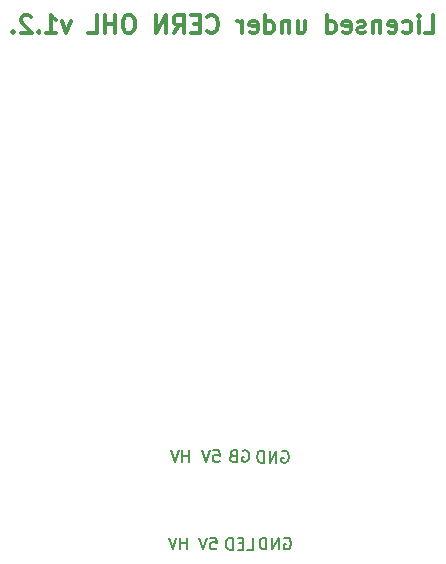
<source format=gbo>
G04 #@! TF.GenerationSoftware,KiCad,Pcbnew,(5.99.0-221-ga18d3cc)*
G04 #@! TF.CreationDate,2019-11-20T11:38:58-07:00*
G04 #@! TF.ProjectId,av3-top,6176332d-746f-4702-9e6b-696361645f70,rev?*
G04 #@! TF.SameCoordinates,Original*
G04 #@! TF.FileFunction,Legend,Bot*
G04 #@! TF.FilePolarity,Positive*
%FSLAX46Y46*%
G04 Gerber Fmt 4.6, Leading zero omitted, Abs format (unit mm)*
G04 Created by KiCad (PCBNEW (5.99.0-221-ga18d3cc)) date 2019-11-20 11:38:58*
%MOMM*%
%LPD*%
G04 APERTURE LIST*
%ADD10C,0.300000*%
%ADD11C,0.150000*%
%ADD12O,1.802000X1.802000*%
%ADD13R,1.802000X1.802000*%
%ADD14C,0.902000*%
%ADD15C,7.502000*%
%ADD16R,1.602000X5.182000*%
G04 APERTURE END LIST*
D10*
X158071428Y-109678571D02*
X158785714Y-109678571D01*
X158785714Y-108178571D01*
X157571428Y-109678571D02*
X157571428Y-108678571D01*
X157571428Y-108178571D02*
X157642857Y-108250000D01*
X157571428Y-108321428D01*
X157500000Y-108250000D01*
X157571428Y-108178571D01*
X157571428Y-108321428D01*
X156214285Y-109607142D02*
X156357142Y-109678571D01*
X156642857Y-109678571D01*
X156785714Y-109607142D01*
X156857142Y-109535714D01*
X156928571Y-109392857D01*
X156928571Y-108964285D01*
X156857142Y-108821428D01*
X156785714Y-108750000D01*
X156642857Y-108678571D01*
X156357142Y-108678571D01*
X156214285Y-108750000D01*
X155000000Y-109607142D02*
X155142857Y-109678571D01*
X155428571Y-109678571D01*
X155571428Y-109607142D01*
X155642857Y-109464285D01*
X155642857Y-108892857D01*
X155571428Y-108750000D01*
X155428571Y-108678571D01*
X155142857Y-108678571D01*
X155000000Y-108750000D01*
X154928571Y-108892857D01*
X154928571Y-109035714D01*
X155642857Y-109178571D01*
X154285714Y-108678571D02*
X154285714Y-109678571D01*
X154285714Y-108821428D02*
X154214285Y-108750000D01*
X154071428Y-108678571D01*
X153857142Y-108678571D01*
X153714285Y-108750000D01*
X153642857Y-108892857D01*
X153642857Y-109678571D01*
X153000000Y-109607142D02*
X152857142Y-109678571D01*
X152571428Y-109678571D01*
X152428571Y-109607142D01*
X152357142Y-109464285D01*
X152357142Y-109392857D01*
X152428571Y-109250000D01*
X152571428Y-109178571D01*
X152785714Y-109178571D01*
X152928571Y-109107142D01*
X153000000Y-108964285D01*
X153000000Y-108892857D01*
X152928571Y-108750000D01*
X152785714Y-108678571D01*
X152571428Y-108678571D01*
X152428571Y-108750000D01*
X151142857Y-109607142D02*
X151285714Y-109678571D01*
X151571428Y-109678571D01*
X151714285Y-109607142D01*
X151785714Y-109464285D01*
X151785714Y-108892857D01*
X151714285Y-108750000D01*
X151571428Y-108678571D01*
X151285714Y-108678571D01*
X151142857Y-108750000D01*
X151071428Y-108892857D01*
X151071428Y-109035714D01*
X151785714Y-109178571D01*
X149785714Y-109678571D02*
X149785714Y-108178571D01*
X149785714Y-109607142D02*
X149928571Y-109678571D01*
X150214285Y-109678571D01*
X150357142Y-109607142D01*
X150428571Y-109535714D01*
X150500000Y-109392857D01*
X150500000Y-108964285D01*
X150428571Y-108821428D01*
X150357142Y-108750000D01*
X150214285Y-108678571D01*
X149928571Y-108678571D01*
X149785714Y-108750000D01*
X147285714Y-108678571D02*
X147285714Y-109678571D01*
X147928571Y-108678571D02*
X147928571Y-109464285D01*
X147857142Y-109607142D01*
X147714285Y-109678571D01*
X147500000Y-109678571D01*
X147357142Y-109607142D01*
X147285714Y-109535714D01*
X146571428Y-108678571D02*
X146571428Y-109678571D01*
X146571428Y-108821428D02*
X146500000Y-108750000D01*
X146357142Y-108678571D01*
X146142857Y-108678571D01*
X146000000Y-108750000D01*
X145928571Y-108892857D01*
X145928571Y-109678571D01*
X144571428Y-109678571D02*
X144571428Y-108178571D01*
X144571428Y-109607142D02*
X144714285Y-109678571D01*
X145000000Y-109678571D01*
X145142857Y-109607142D01*
X145214285Y-109535714D01*
X145285714Y-109392857D01*
X145285714Y-108964285D01*
X145214285Y-108821428D01*
X145142857Y-108750000D01*
X145000000Y-108678571D01*
X144714285Y-108678571D01*
X144571428Y-108750000D01*
X143285714Y-109607142D02*
X143428571Y-109678571D01*
X143714285Y-109678571D01*
X143857142Y-109607142D01*
X143928571Y-109464285D01*
X143928571Y-108892857D01*
X143857142Y-108750000D01*
X143714285Y-108678571D01*
X143428571Y-108678571D01*
X143285714Y-108750000D01*
X143214285Y-108892857D01*
X143214285Y-109035714D01*
X143928571Y-109178571D01*
X142571428Y-109678571D02*
X142571428Y-108678571D01*
X142571428Y-108964285D02*
X142500000Y-108821428D01*
X142428571Y-108750000D01*
X142285714Y-108678571D01*
X142142857Y-108678571D01*
X139642857Y-109535714D02*
X139714285Y-109607142D01*
X139928571Y-109678571D01*
X140071428Y-109678571D01*
X140285714Y-109607142D01*
X140428571Y-109464285D01*
X140500000Y-109321428D01*
X140571428Y-109035714D01*
X140571428Y-108821428D01*
X140500000Y-108535714D01*
X140428571Y-108392857D01*
X140285714Y-108250000D01*
X140071428Y-108178571D01*
X139928571Y-108178571D01*
X139714285Y-108250000D01*
X139642857Y-108321428D01*
X139000000Y-108892857D02*
X138500000Y-108892857D01*
X138285714Y-109678571D02*
X139000000Y-109678571D01*
X139000000Y-108178571D01*
X138285714Y-108178571D01*
X136785714Y-109678571D02*
X137285714Y-108964285D01*
X137642857Y-109678571D02*
X137642857Y-108178571D01*
X137071428Y-108178571D01*
X136928571Y-108250000D01*
X136857142Y-108321428D01*
X136785714Y-108464285D01*
X136785714Y-108678571D01*
X136857142Y-108821428D01*
X136928571Y-108892857D01*
X137071428Y-108964285D01*
X137642857Y-108964285D01*
X136142857Y-109678571D02*
X136142857Y-108178571D01*
X135285714Y-109678571D01*
X135285714Y-108178571D01*
X133142857Y-108178571D02*
X132857142Y-108178571D01*
X132714285Y-108250000D01*
X132571428Y-108392857D01*
X132500000Y-108678571D01*
X132500000Y-109178571D01*
X132571428Y-109464285D01*
X132714285Y-109607142D01*
X132857142Y-109678571D01*
X133142857Y-109678571D01*
X133285714Y-109607142D01*
X133428571Y-109464285D01*
X133500000Y-109178571D01*
X133500000Y-108678571D01*
X133428571Y-108392857D01*
X133285714Y-108250000D01*
X133142857Y-108178571D01*
X131857142Y-109678571D02*
X131857142Y-108178571D01*
X131857142Y-108892857D02*
X131000000Y-108892857D01*
X131000000Y-109678571D02*
X131000000Y-108178571D01*
X129571428Y-109678571D02*
X130285714Y-109678571D01*
X130285714Y-108178571D01*
X128071428Y-108678571D02*
X127714285Y-109678571D01*
X127357142Y-108678571D01*
X126000000Y-109678571D02*
X126857142Y-109678571D01*
X126428571Y-109678571D02*
X126428571Y-108178571D01*
X126571428Y-108392857D01*
X126714285Y-108535714D01*
X126857142Y-108607142D01*
X125357142Y-109535714D02*
X125285714Y-109607142D01*
X125357142Y-109678571D01*
X125428571Y-109607142D01*
X125357142Y-109535714D01*
X125357142Y-109678571D01*
X124714285Y-108321428D02*
X124642857Y-108250000D01*
X124500000Y-108178571D01*
X124142857Y-108178571D01*
X124000000Y-108250000D01*
X123928571Y-108321428D01*
X123857142Y-108464285D01*
X123857142Y-108607142D01*
X123928571Y-108821428D01*
X124785714Y-109678571D01*
X123857142Y-109678571D01*
X123214285Y-109535714D02*
X123142857Y-109607142D01*
X123214285Y-109678571D01*
X123285714Y-109607142D01*
X123214285Y-109535714D01*
X123214285Y-109678571D01*
D11*
X142638095Y-145050000D02*
X142733333Y-145002380D01*
X142876190Y-145002380D01*
X143019047Y-145050000D01*
X143114285Y-145145238D01*
X143161904Y-145240476D01*
X143209523Y-145430952D01*
X143209523Y-145573809D01*
X143161904Y-145764285D01*
X143114285Y-145859523D01*
X143019047Y-145954761D01*
X142876190Y-146002380D01*
X142780952Y-146002380D01*
X142638095Y-145954761D01*
X142590476Y-145907142D01*
X142590476Y-145573809D01*
X142780952Y-145573809D01*
X141828571Y-145478571D02*
X141685714Y-145526190D01*
X141638095Y-145573809D01*
X141590476Y-145669047D01*
X141590476Y-145811904D01*
X141638095Y-145907142D01*
X141685714Y-145954761D01*
X141780952Y-146002380D01*
X142161904Y-146002380D01*
X142161904Y-145002380D01*
X141828571Y-145002380D01*
X141733333Y-145050000D01*
X141685714Y-145097619D01*
X141638095Y-145192857D01*
X141638095Y-145288095D01*
X141685714Y-145383333D01*
X141733333Y-145430952D01*
X141828571Y-145478571D01*
X142161904Y-145478571D01*
X145961904Y-145100000D02*
X146057142Y-145052380D01*
X146200000Y-145052380D01*
X146342857Y-145100000D01*
X146438095Y-145195238D01*
X146485714Y-145290476D01*
X146533333Y-145480952D01*
X146533333Y-145623809D01*
X146485714Y-145814285D01*
X146438095Y-145909523D01*
X146342857Y-146004761D01*
X146200000Y-146052380D01*
X146104761Y-146052380D01*
X145961904Y-146004761D01*
X145914285Y-145957142D01*
X145914285Y-145623809D01*
X146104761Y-145623809D01*
X145485714Y-146052380D02*
X145485714Y-145052380D01*
X144914285Y-146052380D01*
X144914285Y-145052380D01*
X144438095Y-146052380D02*
X144438095Y-145052380D01*
X144200000Y-145052380D01*
X144057142Y-145100000D01*
X143961904Y-145195238D01*
X143914285Y-145290476D01*
X143866666Y-145480952D01*
X143866666Y-145623809D01*
X143914285Y-145814285D01*
X143961904Y-145909523D01*
X144057142Y-146004761D01*
X144200000Y-146052380D01*
X144438095Y-146052380D01*
X138114285Y-146002380D02*
X138114285Y-145002380D01*
X138114285Y-145478571D02*
X137542857Y-145478571D01*
X137542857Y-146002380D02*
X137542857Y-145002380D01*
X137209523Y-145002380D02*
X136876190Y-146002380D01*
X136542857Y-145002380D01*
X140165476Y-145002380D02*
X140641666Y-145002380D01*
X140689285Y-145478571D01*
X140641666Y-145430952D01*
X140546428Y-145383333D01*
X140308333Y-145383333D01*
X140213095Y-145430952D01*
X140165476Y-145478571D01*
X140117857Y-145573809D01*
X140117857Y-145811904D01*
X140165476Y-145907142D01*
X140213095Y-145954761D01*
X140308333Y-146002380D01*
X140546428Y-146002380D01*
X140641666Y-145954761D01*
X140689285Y-145907142D01*
X139832142Y-145002380D02*
X139498809Y-146002380D01*
X139165476Y-145002380D01*
X139915476Y-152402380D02*
X140391666Y-152402380D01*
X140439285Y-152878571D01*
X140391666Y-152830952D01*
X140296428Y-152783333D01*
X140058333Y-152783333D01*
X139963095Y-152830952D01*
X139915476Y-152878571D01*
X139867857Y-152973809D01*
X139867857Y-153211904D01*
X139915476Y-153307142D01*
X139963095Y-153354761D01*
X140058333Y-153402380D01*
X140296428Y-153402380D01*
X140391666Y-153354761D01*
X140439285Y-153307142D01*
X139582142Y-152402380D02*
X139248809Y-153402380D01*
X138915476Y-152402380D01*
X143017857Y-153427380D02*
X143494047Y-153427380D01*
X143494047Y-152427380D01*
X142684523Y-152903571D02*
X142351190Y-152903571D01*
X142208333Y-153427380D02*
X142684523Y-153427380D01*
X142684523Y-152427380D01*
X142208333Y-152427380D01*
X141779761Y-153427380D02*
X141779761Y-152427380D01*
X141541666Y-152427380D01*
X141398809Y-152475000D01*
X141303571Y-152570238D01*
X141255952Y-152665476D01*
X141208333Y-152855952D01*
X141208333Y-152998809D01*
X141255952Y-153189285D01*
X141303571Y-153284523D01*
X141398809Y-153379761D01*
X141541666Y-153427380D01*
X141779761Y-153427380D01*
X137939285Y-153402380D02*
X137939285Y-152402380D01*
X137939285Y-152878571D02*
X137367857Y-152878571D01*
X137367857Y-153402380D02*
X137367857Y-152402380D01*
X137034523Y-152402380D02*
X136701190Y-153402380D01*
X136367857Y-152402380D01*
X146161904Y-152450000D02*
X146257142Y-152402380D01*
X146400000Y-152402380D01*
X146542857Y-152450000D01*
X146638095Y-152545238D01*
X146685714Y-152640476D01*
X146733333Y-152830952D01*
X146733333Y-152973809D01*
X146685714Y-153164285D01*
X146638095Y-153259523D01*
X146542857Y-153354761D01*
X146400000Y-153402380D01*
X146304761Y-153402380D01*
X146161904Y-153354761D01*
X146114285Y-153307142D01*
X146114285Y-152973809D01*
X146304761Y-152973809D01*
X145685714Y-153402380D02*
X145685714Y-152402380D01*
X145114285Y-153402380D01*
X145114285Y-152402380D01*
X144638095Y-153402380D02*
X144638095Y-152402380D01*
X144400000Y-152402380D01*
X144257142Y-152450000D01*
X144161904Y-152545238D01*
X144114285Y-152640476D01*
X144066666Y-152830952D01*
X144066666Y-152973809D01*
X144114285Y-153164285D01*
X144161904Y-153259523D01*
X144257142Y-153354761D01*
X144400000Y-153402380D01*
X144638095Y-153402380D01*
%LPC*%
D12*
X137380000Y-150540000D03*
X137380000Y-148000000D03*
X139920000Y-150540000D03*
X139920000Y-148000000D03*
X142460000Y-150540000D03*
X142460000Y-148000000D03*
X145000000Y-150540000D03*
D13*
X145000000Y-148000000D03*
D14*
X116962221Y-148037779D03*
X115000000Y-147225000D03*
X113037779Y-148037779D03*
X112225000Y-150000000D03*
X113037779Y-151962221D03*
X115000000Y-152775000D03*
X116962221Y-151962221D03*
X117775000Y-150000000D03*
D15*
X115000000Y-150000000D03*
D14*
X167962221Y-148037779D03*
X166000000Y-147225000D03*
X164037779Y-148037779D03*
X163225000Y-150000000D03*
X164037779Y-151962221D03*
X166000000Y-152775000D03*
X167962221Y-151962221D03*
X168775000Y-150000000D03*
D15*
X166000000Y-150000000D03*
D14*
X164037779Y-113962221D03*
X166000000Y-114775000D03*
X167962221Y-113962221D03*
X168775000Y-112000000D03*
X167962221Y-110037779D03*
X166000000Y-109225000D03*
X164037779Y-110037779D03*
X163225000Y-112000000D03*
D15*
X166000000Y-112000000D03*
D14*
X113037779Y-113962221D03*
X115000000Y-114775000D03*
X116962221Y-113962221D03*
X117775000Y-112000000D03*
X116962221Y-110037779D03*
X115000000Y-109225000D03*
X113037779Y-110037779D03*
X112225000Y-112000000D03*
D15*
X115000000Y-112000000D03*
D16*
X159000000Y-152500000D03*
X150500000Y-152500000D03*
X129250000Y-152500000D03*
X120750000Y-152500000D03*
M02*

</source>
